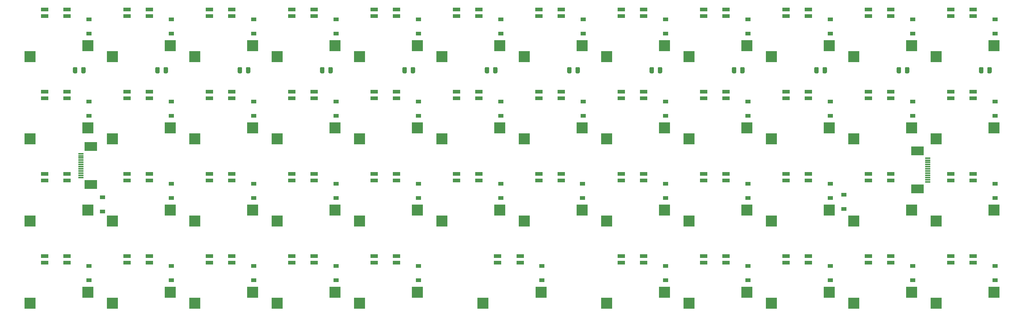
<source format=gbr>
%TF.GenerationSoftware,KiCad,Pcbnew,(5.1.10)-1*%
%TF.CreationDate,2021-09-28T16:44:32-06:00*%
%TF.ProjectId,MX47,4d583437-2e6b-4696-9361-645f70636258,rev?*%
%TF.SameCoordinates,Original*%
%TF.FileFunction,Paste,Bot*%
%TF.FilePolarity,Positive*%
%FSLAX46Y46*%
G04 Gerber Fmt 4.6, Leading zero omitted, Abs format (unit mm)*
G04 Created by KiCad (PCBNEW (5.1.10)-1) date 2021-09-28 16:44:32*
%MOMM*%
%LPD*%
G01*
G04 APERTURE LIST*
%ADD10R,1.800000X0.900000*%
%ADD11R,2.550000X2.500000*%
%ADD12R,3.000000X2.000000*%
%ADD13R,1.300000X0.300000*%
%ADD14R,1.200000X0.900000*%
G04 APERTURE END LIST*
D10*
%TO.C,U42*%
X163135000Y-111040000D03*
X163135000Y-112540000D03*
X168335000Y-111040000D03*
X168335000Y-112540000D03*
D11*
X159720000Y-121920000D03*
X173145000Y-119380000D03*
%TD*%
D12*
%TO.C,J2*%
X69064000Y-94443000D03*
X69064000Y-85643000D03*
D13*
X66714000Y-87293000D03*
X66714000Y-87793000D03*
X66714000Y-88293000D03*
X66714000Y-88793000D03*
X66714000Y-89293000D03*
X66714000Y-89793000D03*
X66714000Y-90293000D03*
X66714000Y-90793000D03*
X66714000Y-91293000D03*
X66714000Y-91793000D03*
X66714000Y-92293000D03*
X66714000Y-92793000D03*
%TD*%
D12*
%TO.C,J1*%
X260247000Y-86659000D03*
X260247000Y-95459000D03*
D13*
X262597000Y-93809000D03*
X262597000Y-93309000D03*
X262597000Y-92809000D03*
X262597000Y-92309000D03*
X262597000Y-91809000D03*
X262597000Y-91309000D03*
X262597000Y-90809000D03*
X262597000Y-90309000D03*
X262597000Y-89809000D03*
X262597000Y-89309000D03*
X262597000Y-88809000D03*
X262597000Y-88309000D03*
%TD*%
%TO.C,C12*%
G36*
G01*
X276355000Y-68420000D02*
X276355000Y-67470000D01*
G75*
G02*
X276605000Y-67220000I250000J0D01*
G01*
X277105000Y-67220000D01*
G75*
G02*
X277355000Y-67470000I0J-250000D01*
G01*
X277355000Y-68420000D01*
G75*
G02*
X277105000Y-68670000I-250000J0D01*
G01*
X276605000Y-68670000D01*
G75*
G02*
X276355000Y-68420000I0J250000D01*
G01*
G37*
G36*
G01*
X274455000Y-68420000D02*
X274455000Y-67470000D01*
G75*
G02*
X274705000Y-67220000I250000J0D01*
G01*
X275205000Y-67220000D01*
G75*
G02*
X275455000Y-67470000I0J-250000D01*
G01*
X275455000Y-68420000D01*
G75*
G02*
X275205000Y-68670000I-250000J0D01*
G01*
X274705000Y-68670000D01*
G75*
G02*
X274455000Y-68420000I0J250000D01*
G01*
G37*
%TD*%
%TO.C,C11*%
G36*
G01*
X257305000Y-68420000D02*
X257305000Y-67470000D01*
G75*
G02*
X257555000Y-67220000I250000J0D01*
G01*
X258055000Y-67220000D01*
G75*
G02*
X258305000Y-67470000I0J-250000D01*
G01*
X258305000Y-68420000D01*
G75*
G02*
X258055000Y-68670000I-250000J0D01*
G01*
X257555000Y-68670000D01*
G75*
G02*
X257305000Y-68420000I0J250000D01*
G01*
G37*
G36*
G01*
X255405000Y-68420000D02*
X255405000Y-67470000D01*
G75*
G02*
X255655000Y-67220000I250000J0D01*
G01*
X256155000Y-67220000D01*
G75*
G02*
X256405000Y-67470000I0J-250000D01*
G01*
X256405000Y-68420000D01*
G75*
G02*
X256155000Y-68670000I-250000J0D01*
G01*
X255655000Y-68670000D01*
G75*
G02*
X255405000Y-68420000I0J250000D01*
G01*
G37*
%TD*%
%TO.C,C10*%
G36*
G01*
X238255000Y-68420000D02*
X238255000Y-67470000D01*
G75*
G02*
X238505000Y-67220000I250000J0D01*
G01*
X239005000Y-67220000D01*
G75*
G02*
X239255000Y-67470000I0J-250000D01*
G01*
X239255000Y-68420000D01*
G75*
G02*
X239005000Y-68670000I-250000J0D01*
G01*
X238505000Y-68670000D01*
G75*
G02*
X238255000Y-68420000I0J250000D01*
G01*
G37*
G36*
G01*
X236355000Y-68420000D02*
X236355000Y-67470000D01*
G75*
G02*
X236605000Y-67220000I250000J0D01*
G01*
X237105000Y-67220000D01*
G75*
G02*
X237355000Y-67470000I0J-250000D01*
G01*
X237355000Y-68420000D01*
G75*
G02*
X237105000Y-68670000I-250000J0D01*
G01*
X236605000Y-68670000D01*
G75*
G02*
X236355000Y-68420000I0J250000D01*
G01*
G37*
%TD*%
%TO.C,C9*%
G36*
G01*
X219205000Y-68420000D02*
X219205000Y-67470000D01*
G75*
G02*
X219455000Y-67220000I250000J0D01*
G01*
X219955000Y-67220000D01*
G75*
G02*
X220205000Y-67470000I0J-250000D01*
G01*
X220205000Y-68420000D01*
G75*
G02*
X219955000Y-68670000I-250000J0D01*
G01*
X219455000Y-68670000D01*
G75*
G02*
X219205000Y-68420000I0J250000D01*
G01*
G37*
G36*
G01*
X217305000Y-68420000D02*
X217305000Y-67470000D01*
G75*
G02*
X217555000Y-67220000I250000J0D01*
G01*
X218055000Y-67220000D01*
G75*
G02*
X218305000Y-67470000I0J-250000D01*
G01*
X218305000Y-68420000D01*
G75*
G02*
X218055000Y-68670000I-250000J0D01*
G01*
X217555000Y-68670000D01*
G75*
G02*
X217305000Y-68420000I0J250000D01*
G01*
G37*
%TD*%
%TO.C,C8*%
G36*
G01*
X200160000Y-68420000D02*
X200160000Y-67470000D01*
G75*
G02*
X200410000Y-67220000I250000J0D01*
G01*
X200910000Y-67220000D01*
G75*
G02*
X201160000Y-67470000I0J-250000D01*
G01*
X201160000Y-68420000D01*
G75*
G02*
X200910000Y-68670000I-250000J0D01*
G01*
X200410000Y-68670000D01*
G75*
G02*
X200160000Y-68420000I0J250000D01*
G01*
G37*
G36*
G01*
X198260000Y-68420000D02*
X198260000Y-67470000D01*
G75*
G02*
X198510000Y-67220000I250000J0D01*
G01*
X199010000Y-67220000D01*
G75*
G02*
X199260000Y-67470000I0J-250000D01*
G01*
X199260000Y-68420000D01*
G75*
G02*
X199010000Y-68670000I-250000J0D01*
G01*
X198510000Y-68670000D01*
G75*
G02*
X198260000Y-68420000I0J250000D01*
G01*
G37*
%TD*%
%TO.C,C7*%
G36*
G01*
X181110000Y-68420000D02*
X181110000Y-67470000D01*
G75*
G02*
X181360000Y-67220000I250000J0D01*
G01*
X181860000Y-67220000D01*
G75*
G02*
X182110000Y-67470000I0J-250000D01*
G01*
X182110000Y-68420000D01*
G75*
G02*
X181860000Y-68670000I-250000J0D01*
G01*
X181360000Y-68670000D01*
G75*
G02*
X181110000Y-68420000I0J250000D01*
G01*
G37*
G36*
G01*
X179210000Y-68420000D02*
X179210000Y-67470000D01*
G75*
G02*
X179460000Y-67220000I250000J0D01*
G01*
X179960000Y-67220000D01*
G75*
G02*
X180210000Y-67470000I0J-250000D01*
G01*
X180210000Y-68420000D01*
G75*
G02*
X179960000Y-68670000I-250000J0D01*
G01*
X179460000Y-68670000D01*
G75*
G02*
X179210000Y-68420000I0J250000D01*
G01*
G37*
%TD*%
%TO.C,C6*%
G36*
G01*
X162060000Y-68420000D02*
X162060000Y-67470000D01*
G75*
G02*
X162310000Y-67220000I250000J0D01*
G01*
X162810000Y-67220000D01*
G75*
G02*
X163060000Y-67470000I0J-250000D01*
G01*
X163060000Y-68420000D01*
G75*
G02*
X162810000Y-68670000I-250000J0D01*
G01*
X162310000Y-68670000D01*
G75*
G02*
X162060000Y-68420000I0J250000D01*
G01*
G37*
G36*
G01*
X160160000Y-68420000D02*
X160160000Y-67470000D01*
G75*
G02*
X160410000Y-67220000I250000J0D01*
G01*
X160910000Y-67220000D01*
G75*
G02*
X161160000Y-67470000I0J-250000D01*
G01*
X161160000Y-68420000D01*
G75*
G02*
X160910000Y-68670000I-250000J0D01*
G01*
X160410000Y-68670000D01*
G75*
G02*
X160160000Y-68420000I0J250000D01*
G01*
G37*
%TD*%
%TO.C,C5*%
G36*
G01*
X143010000Y-68420000D02*
X143010000Y-67470000D01*
G75*
G02*
X143260000Y-67220000I250000J0D01*
G01*
X143760000Y-67220000D01*
G75*
G02*
X144010000Y-67470000I0J-250000D01*
G01*
X144010000Y-68420000D01*
G75*
G02*
X143760000Y-68670000I-250000J0D01*
G01*
X143260000Y-68670000D01*
G75*
G02*
X143010000Y-68420000I0J250000D01*
G01*
G37*
G36*
G01*
X141110000Y-68420000D02*
X141110000Y-67470000D01*
G75*
G02*
X141360000Y-67220000I250000J0D01*
G01*
X141860000Y-67220000D01*
G75*
G02*
X142110000Y-67470000I0J-250000D01*
G01*
X142110000Y-68420000D01*
G75*
G02*
X141860000Y-68670000I-250000J0D01*
G01*
X141360000Y-68670000D01*
G75*
G02*
X141110000Y-68420000I0J250000D01*
G01*
G37*
%TD*%
%TO.C,C4*%
G36*
G01*
X123960000Y-68420000D02*
X123960000Y-67470000D01*
G75*
G02*
X124210000Y-67220000I250000J0D01*
G01*
X124710000Y-67220000D01*
G75*
G02*
X124960000Y-67470000I0J-250000D01*
G01*
X124960000Y-68420000D01*
G75*
G02*
X124710000Y-68670000I-250000J0D01*
G01*
X124210000Y-68670000D01*
G75*
G02*
X123960000Y-68420000I0J250000D01*
G01*
G37*
G36*
G01*
X122060000Y-68420000D02*
X122060000Y-67470000D01*
G75*
G02*
X122310000Y-67220000I250000J0D01*
G01*
X122810000Y-67220000D01*
G75*
G02*
X123060000Y-67470000I0J-250000D01*
G01*
X123060000Y-68420000D01*
G75*
G02*
X122810000Y-68670000I-250000J0D01*
G01*
X122310000Y-68670000D01*
G75*
G02*
X122060000Y-68420000I0J250000D01*
G01*
G37*
%TD*%
%TO.C,C3*%
G36*
G01*
X104910000Y-68420000D02*
X104910000Y-67470000D01*
G75*
G02*
X105160000Y-67220000I250000J0D01*
G01*
X105660000Y-67220000D01*
G75*
G02*
X105910000Y-67470000I0J-250000D01*
G01*
X105910000Y-68420000D01*
G75*
G02*
X105660000Y-68670000I-250000J0D01*
G01*
X105160000Y-68670000D01*
G75*
G02*
X104910000Y-68420000I0J250000D01*
G01*
G37*
G36*
G01*
X103010000Y-68420000D02*
X103010000Y-67470000D01*
G75*
G02*
X103260000Y-67220000I250000J0D01*
G01*
X103760000Y-67220000D01*
G75*
G02*
X104010000Y-67470000I0J-250000D01*
G01*
X104010000Y-68420000D01*
G75*
G02*
X103760000Y-68670000I-250000J0D01*
G01*
X103260000Y-68670000D01*
G75*
G02*
X103010000Y-68420000I0J250000D01*
G01*
G37*
%TD*%
%TO.C,C2*%
G36*
G01*
X85860000Y-68420000D02*
X85860000Y-67470000D01*
G75*
G02*
X86110000Y-67220000I250000J0D01*
G01*
X86610000Y-67220000D01*
G75*
G02*
X86860000Y-67470000I0J-250000D01*
G01*
X86860000Y-68420000D01*
G75*
G02*
X86610000Y-68670000I-250000J0D01*
G01*
X86110000Y-68670000D01*
G75*
G02*
X85860000Y-68420000I0J250000D01*
G01*
G37*
G36*
G01*
X83960000Y-68420000D02*
X83960000Y-67470000D01*
G75*
G02*
X84210000Y-67220000I250000J0D01*
G01*
X84710000Y-67220000D01*
G75*
G02*
X84960000Y-67470000I0J-250000D01*
G01*
X84960000Y-68420000D01*
G75*
G02*
X84710000Y-68670000I-250000J0D01*
G01*
X84210000Y-68670000D01*
G75*
G02*
X83960000Y-68420000I0J250000D01*
G01*
G37*
%TD*%
%TO.C,C1*%
G36*
G01*
X66810000Y-68420000D02*
X66810000Y-67470000D01*
G75*
G02*
X67060000Y-67220000I250000J0D01*
G01*
X67560000Y-67220000D01*
G75*
G02*
X67810000Y-67470000I0J-250000D01*
G01*
X67810000Y-68420000D01*
G75*
G02*
X67560000Y-68670000I-250000J0D01*
G01*
X67060000Y-68670000D01*
G75*
G02*
X66810000Y-68420000I0J250000D01*
G01*
G37*
G36*
G01*
X64910000Y-68420000D02*
X64910000Y-67470000D01*
G75*
G02*
X65160000Y-67220000I250000J0D01*
G01*
X65660000Y-67220000D01*
G75*
G02*
X65910000Y-67470000I0J-250000D01*
G01*
X65910000Y-68420000D01*
G75*
G02*
X65660000Y-68670000I-250000J0D01*
G01*
X65160000Y-68670000D01*
G75*
G02*
X64910000Y-68420000I0J250000D01*
G01*
G37*
%TD*%
D10*
%TO.C,U47*%
X267910000Y-111040000D03*
X267910000Y-112540000D03*
X273110000Y-111040000D03*
X273110000Y-112540000D03*
D11*
X264495000Y-121920000D03*
X277920000Y-119380000D03*
%TD*%
D10*
%TO.C,U46*%
X248860000Y-111040000D03*
X248860000Y-112540000D03*
X254060000Y-111040000D03*
X254060000Y-112540000D03*
D11*
X245445000Y-121920000D03*
X258870000Y-119380000D03*
%TD*%
D10*
%TO.C,U45*%
X229810000Y-111040000D03*
X229810000Y-112540000D03*
X235010000Y-111040000D03*
X235010000Y-112540000D03*
D11*
X226395000Y-121920000D03*
X239820000Y-119380000D03*
%TD*%
D10*
%TO.C,U44*%
X210760000Y-111040000D03*
X210760000Y-112540000D03*
X215960000Y-111040000D03*
X215960000Y-112540000D03*
D11*
X207345000Y-121920000D03*
X220770000Y-119380000D03*
%TD*%
D10*
%TO.C,U43*%
X191710000Y-111040000D03*
X191710000Y-112540000D03*
X196910000Y-111040000D03*
X196910000Y-112540000D03*
D11*
X188295000Y-121920000D03*
X201720000Y-119380000D03*
%TD*%
D10*
%TO.C,U41*%
X134560000Y-111040000D03*
X134560000Y-112540000D03*
X139760000Y-111040000D03*
X139760000Y-112540000D03*
D11*
X131145000Y-121920000D03*
X144570000Y-119380000D03*
%TD*%
D10*
%TO.C,U40*%
X115510000Y-111040000D03*
X115510000Y-112540000D03*
X120710000Y-111040000D03*
X120710000Y-112540000D03*
D11*
X112095000Y-121920000D03*
X125520000Y-119380000D03*
%TD*%
D10*
%TO.C,U39*%
X96460000Y-111040000D03*
X96460000Y-112540000D03*
X101660000Y-111040000D03*
X101660000Y-112540000D03*
D11*
X93045000Y-121920000D03*
X106470000Y-119380000D03*
%TD*%
D10*
%TO.C,U38*%
X77410000Y-111040000D03*
X77410000Y-112540000D03*
X82610000Y-111040000D03*
X82610000Y-112540000D03*
D11*
X73995000Y-121920000D03*
X87420000Y-119380000D03*
%TD*%
D10*
%TO.C,U37*%
X58360000Y-111040000D03*
X58360000Y-112540000D03*
X63560000Y-111040000D03*
X63560000Y-112540000D03*
D11*
X54945000Y-121920000D03*
X68370000Y-119380000D03*
%TD*%
D10*
%TO.C,U36*%
X267910000Y-91990000D03*
X267910000Y-93490000D03*
X273110000Y-91990000D03*
X273110000Y-93490000D03*
D11*
X264495000Y-102870000D03*
X277920000Y-100330000D03*
%TD*%
D10*
%TO.C,U35*%
X248860000Y-91990000D03*
X248860000Y-93490000D03*
X254060000Y-91990000D03*
X254060000Y-93490000D03*
D11*
X245445000Y-102870000D03*
X258870000Y-100330000D03*
%TD*%
D10*
%TO.C,U34*%
X229810000Y-91990000D03*
X229810000Y-93490000D03*
X235010000Y-91990000D03*
X235010000Y-93490000D03*
D11*
X226395000Y-102870000D03*
X239820000Y-100330000D03*
%TD*%
D10*
%TO.C,U33*%
X210760000Y-91990000D03*
X210760000Y-93490000D03*
X215960000Y-91990000D03*
X215960000Y-93490000D03*
D11*
X207345000Y-102870000D03*
X220770000Y-100330000D03*
%TD*%
D10*
%TO.C,U32*%
X191710000Y-91990000D03*
X191710000Y-93490000D03*
X196910000Y-91990000D03*
X196910000Y-93490000D03*
D11*
X188295000Y-102870000D03*
X201720000Y-100330000D03*
%TD*%
D10*
%TO.C,U31*%
X172660000Y-91990000D03*
X172660000Y-93490000D03*
X177860000Y-91990000D03*
X177860000Y-93490000D03*
D11*
X169245000Y-102870000D03*
X182670000Y-100330000D03*
%TD*%
D10*
%TO.C,U30*%
X153610000Y-91990000D03*
X153610000Y-93490000D03*
X158810000Y-91990000D03*
X158810000Y-93490000D03*
D11*
X150195000Y-102870000D03*
X163620000Y-100330000D03*
%TD*%
D10*
%TO.C,U29*%
X134560000Y-91990000D03*
X134560000Y-93490000D03*
X139760000Y-91990000D03*
X139760000Y-93490000D03*
D11*
X131145000Y-102870000D03*
X144570000Y-100330000D03*
%TD*%
D10*
%TO.C,U28*%
X115510000Y-91990000D03*
X115510000Y-93490000D03*
X120710000Y-91990000D03*
X120710000Y-93490000D03*
D11*
X112095000Y-102870000D03*
X125520000Y-100330000D03*
%TD*%
D10*
%TO.C,U27*%
X96460000Y-91990000D03*
X96460000Y-93490000D03*
X101660000Y-91990000D03*
X101660000Y-93490000D03*
D11*
X93045000Y-102870000D03*
X106470000Y-100330000D03*
%TD*%
D10*
%TO.C,U26*%
X77410000Y-91990000D03*
X77410000Y-93490000D03*
X82610000Y-91990000D03*
X82610000Y-93490000D03*
D11*
X73995000Y-102870000D03*
X87420000Y-100330000D03*
%TD*%
D10*
%TO.C,U25*%
X58360000Y-91990000D03*
X58360000Y-93490000D03*
X63560000Y-91990000D03*
X63560000Y-93490000D03*
D11*
X54945000Y-102870000D03*
X68370000Y-100330000D03*
%TD*%
D10*
%TO.C,U24*%
X267910000Y-72940000D03*
X267910000Y-74440000D03*
X273110000Y-72940000D03*
X273110000Y-74440000D03*
D11*
X264495000Y-83820000D03*
X277920000Y-81280000D03*
%TD*%
D10*
%TO.C,U23*%
X248860000Y-72940000D03*
X248860000Y-74440000D03*
X254060000Y-72940000D03*
X254060000Y-74440000D03*
D11*
X245445000Y-83820000D03*
X258870000Y-81280000D03*
%TD*%
D10*
%TO.C,U22*%
X229810000Y-72940000D03*
X229810000Y-74440000D03*
X235010000Y-72940000D03*
X235010000Y-74440000D03*
D11*
X226395000Y-83820000D03*
X239820000Y-81280000D03*
%TD*%
D10*
%TO.C,U21*%
X210760000Y-72940000D03*
X210760000Y-74440000D03*
X215960000Y-72940000D03*
X215960000Y-74440000D03*
D11*
X207345000Y-83820000D03*
X220770000Y-81280000D03*
%TD*%
D10*
%TO.C,U20*%
X191710000Y-72940000D03*
X191710000Y-74440000D03*
X196910000Y-72940000D03*
X196910000Y-74440000D03*
D11*
X188295000Y-83820000D03*
X201720000Y-81280000D03*
%TD*%
D10*
%TO.C,U19*%
X172660000Y-72940000D03*
X172660000Y-74440000D03*
X177860000Y-72940000D03*
X177860000Y-74440000D03*
D11*
X169245000Y-83820000D03*
X182670000Y-81280000D03*
%TD*%
D10*
%TO.C,U18*%
X153610000Y-72940000D03*
X153610000Y-74440000D03*
X158810000Y-72940000D03*
X158810000Y-74440000D03*
D11*
X150195000Y-83820000D03*
X163620000Y-81280000D03*
%TD*%
D10*
%TO.C,U17*%
X134560000Y-72940000D03*
X134560000Y-74440000D03*
X139760000Y-72940000D03*
X139760000Y-74440000D03*
D11*
X131145000Y-83820000D03*
X144570000Y-81280000D03*
%TD*%
D10*
%TO.C,U16*%
X115510000Y-72940000D03*
X115510000Y-74440000D03*
X120710000Y-72940000D03*
X120710000Y-74440000D03*
D11*
X112095000Y-83820000D03*
X125520000Y-81280000D03*
%TD*%
D10*
%TO.C,U15*%
X96460000Y-72940000D03*
X96460000Y-74440000D03*
X101660000Y-72940000D03*
X101660000Y-74440000D03*
D11*
X93045000Y-83820000D03*
X106470000Y-81280000D03*
%TD*%
D10*
%TO.C,U14*%
X77410000Y-72940000D03*
X77410000Y-74440000D03*
X82610000Y-72940000D03*
X82610000Y-74440000D03*
D11*
X73995000Y-83820000D03*
X87420000Y-81280000D03*
%TD*%
D10*
%TO.C,U13*%
X58360000Y-72940000D03*
X58360000Y-74440000D03*
X63560000Y-72940000D03*
X63560000Y-74440000D03*
D11*
X54945000Y-83820000D03*
X68370000Y-81280000D03*
%TD*%
D10*
%TO.C,U12*%
X267910000Y-53890000D03*
X267910000Y-55390000D03*
X273110000Y-53890000D03*
X273110000Y-55390000D03*
D11*
X264495000Y-64770000D03*
X277920000Y-62230000D03*
%TD*%
D10*
%TO.C,U11*%
X248860000Y-53890000D03*
X248860000Y-55390000D03*
X254060000Y-53890000D03*
X254060000Y-55390000D03*
D11*
X245445000Y-64770000D03*
X258870000Y-62230000D03*
%TD*%
D10*
%TO.C,U10*%
X229810000Y-53890000D03*
X229810000Y-55390000D03*
X235010000Y-53890000D03*
X235010000Y-55390000D03*
D11*
X226395000Y-64770000D03*
X239820000Y-62230000D03*
%TD*%
D10*
%TO.C,U9*%
X210760000Y-53890000D03*
X210760000Y-55390000D03*
X215960000Y-53890000D03*
X215960000Y-55390000D03*
D11*
X207345000Y-64770000D03*
X220770000Y-62230000D03*
%TD*%
D10*
%TO.C,U8*%
X191710000Y-53890000D03*
X191710000Y-55390000D03*
X196910000Y-53890000D03*
X196910000Y-55390000D03*
D11*
X188295000Y-64770000D03*
X201720000Y-62230000D03*
%TD*%
D10*
%TO.C,U7*%
X172660000Y-53890000D03*
X172660000Y-55390000D03*
X177860000Y-53890000D03*
X177860000Y-55390000D03*
D11*
X169245000Y-64770000D03*
X182670000Y-62230000D03*
%TD*%
D10*
%TO.C,U6*%
X153610000Y-53890000D03*
X153610000Y-55390000D03*
X158810000Y-53890000D03*
X158810000Y-55390000D03*
D11*
X150195000Y-64770000D03*
X163620000Y-62230000D03*
%TD*%
D10*
%TO.C,U5*%
X134560000Y-53890000D03*
X134560000Y-55390000D03*
X139760000Y-53890000D03*
X139760000Y-55390000D03*
D11*
X131145000Y-64770000D03*
X144570000Y-62230000D03*
%TD*%
D10*
%TO.C,U4*%
X115510000Y-53890000D03*
X115510000Y-55390000D03*
X120710000Y-53890000D03*
X120710000Y-55390000D03*
D11*
X112095000Y-64770000D03*
X125520000Y-62230000D03*
%TD*%
D10*
%TO.C,U3*%
X96460000Y-53890000D03*
X96460000Y-55390000D03*
X101660000Y-53890000D03*
X101660000Y-55390000D03*
D11*
X93045000Y-64770000D03*
X106470000Y-62230000D03*
%TD*%
D10*
%TO.C,U2*%
X77410000Y-53890000D03*
X77410000Y-55390000D03*
X82610000Y-53890000D03*
X82610000Y-55390000D03*
D11*
X73995000Y-64770000D03*
X87420000Y-62230000D03*
%TD*%
D10*
%TO.C,U1*%
X58360000Y-53890000D03*
X58360000Y-55390000D03*
X63560000Y-53890000D03*
X63560000Y-55390000D03*
D11*
X54945000Y-64770000D03*
X68370000Y-62230000D03*
%TD*%
D14*
%TO.C,D1*%
X68580000Y-56135000D03*
X68580000Y-59435000D03*
%TD*%
%TO.C,D13*%
X68580000Y-75185000D03*
X68580000Y-78485000D03*
%TD*%
%TO.C,D25*%
X71755000Y-100710000D03*
X71755000Y-97410000D03*
%TD*%
%TO.C,D37*%
X68580000Y-116585000D03*
X68580000Y-113285000D03*
%TD*%
%TO.C,D2*%
X87630000Y-56135000D03*
X87630000Y-59435000D03*
%TD*%
%TO.C,D14*%
X87630000Y-78485000D03*
X87630000Y-75185000D03*
%TD*%
%TO.C,D26*%
X87630000Y-94235000D03*
X87630000Y-97535000D03*
%TD*%
%TO.C,D38*%
X87630000Y-113285000D03*
X87630000Y-116585000D03*
%TD*%
%TO.C,D3*%
X106680000Y-59435000D03*
X106680000Y-56135000D03*
%TD*%
%TO.C,D15*%
X106680000Y-78485000D03*
X106680000Y-75185000D03*
%TD*%
%TO.C,D27*%
X106680000Y-97535000D03*
X106680000Y-94235000D03*
%TD*%
%TO.C,D39*%
X106680000Y-116585000D03*
X106680000Y-113285000D03*
%TD*%
%TO.C,D4*%
X125730000Y-56135000D03*
X125730000Y-59435000D03*
%TD*%
%TO.C,D16*%
X125730000Y-78485000D03*
X125730000Y-75185000D03*
%TD*%
%TO.C,D28*%
X125730000Y-94235000D03*
X125730000Y-97535000D03*
%TD*%
%TO.C,D40*%
X125730000Y-113285000D03*
X125730000Y-116585000D03*
%TD*%
%TO.C,D5*%
X144780000Y-56135000D03*
X144780000Y-59435000D03*
%TD*%
%TO.C,D17*%
X144780000Y-78485000D03*
X144780000Y-75185000D03*
%TD*%
%TO.C,D29*%
X144780000Y-97535000D03*
X144780000Y-94235000D03*
%TD*%
%TO.C,D41*%
X144780000Y-116585000D03*
X144780000Y-113285000D03*
%TD*%
%TO.C,D6*%
X163830000Y-56135000D03*
X163830000Y-59435000D03*
%TD*%
%TO.C,D18*%
X163830000Y-75185000D03*
X163830000Y-78485000D03*
%TD*%
%TO.C,D30*%
X163830000Y-94235000D03*
X163830000Y-97535000D03*
%TD*%
%TO.C,D42*%
X173355000Y-113285000D03*
X173355000Y-116585000D03*
%TD*%
%TO.C,D7*%
X182880000Y-56135000D03*
X182880000Y-59435000D03*
%TD*%
%TO.C,D19*%
X182880000Y-78485000D03*
X182880000Y-75185000D03*
%TD*%
%TO.C,D31*%
X182753000Y-97535000D03*
X182753000Y-94235000D03*
%TD*%
%TO.C,D8*%
X201930000Y-56135000D03*
X201930000Y-59435000D03*
%TD*%
%TO.C,D20*%
X201930000Y-75185000D03*
X201930000Y-78485000D03*
%TD*%
%TO.C,D32*%
X201930000Y-94235000D03*
X201930000Y-97535000D03*
%TD*%
%TO.C,D43*%
X201930000Y-116585000D03*
X201930000Y-113285000D03*
%TD*%
%TO.C,D9*%
X220980000Y-59435000D03*
X220980000Y-56135000D03*
%TD*%
%TO.C,D21*%
X220980000Y-78485000D03*
X220980000Y-75185000D03*
%TD*%
%TO.C,D33*%
X220980000Y-97535000D03*
X220980000Y-94235000D03*
%TD*%
%TO.C,D44*%
X220980000Y-113285000D03*
X220980000Y-116585000D03*
%TD*%
%TO.C,D10*%
X240030000Y-59435000D03*
X240030000Y-56135000D03*
%TD*%
%TO.C,D22*%
X240030000Y-75185000D03*
X240030000Y-78485000D03*
%TD*%
%TO.C,D34*%
X240030000Y-94235000D03*
X240030000Y-97535000D03*
%TD*%
%TO.C,D45*%
X240030000Y-116585000D03*
X240030000Y-113285000D03*
%TD*%
%TO.C,D11*%
X259080000Y-59435000D03*
X259080000Y-56135000D03*
%TD*%
%TO.C,D23*%
X259080000Y-78485000D03*
X259080000Y-75185000D03*
%TD*%
%TO.C,D35*%
X243205000Y-100075000D03*
X243205000Y-96775000D03*
%TD*%
%TO.C,D46*%
X259080000Y-113285000D03*
X259080000Y-116585000D03*
%TD*%
%TO.C,D12*%
X278130000Y-56135000D03*
X278130000Y-59435000D03*
%TD*%
%TO.C,D24*%
X278130000Y-75185000D03*
X278130000Y-78485000D03*
%TD*%
%TO.C,D36*%
X278130000Y-94235000D03*
X278130000Y-97535000D03*
%TD*%
%TO.C,D47*%
X278130000Y-116585000D03*
X278130000Y-113285000D03*
%TD*%
M02*

</source>
